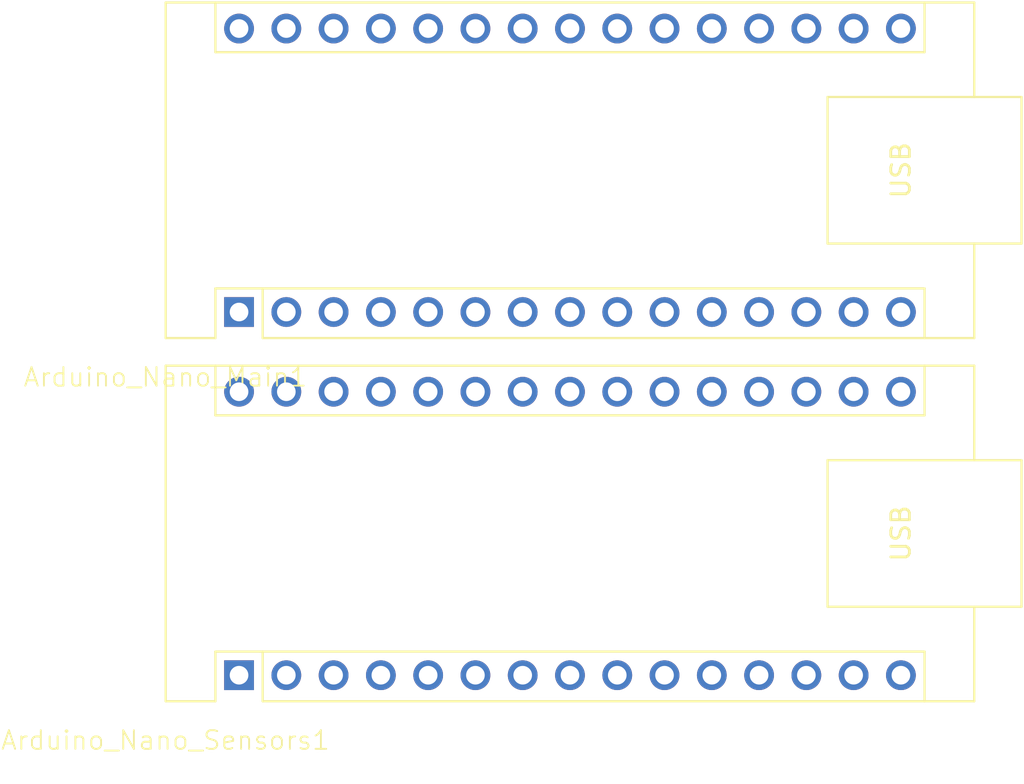
<source format=kicad_pcb>
(kicad_pcb (version 20240108) (generator "pcbnew") (generator_version "8.0")
  (layers (0 "F.Cu" signal) (31 "B.Cu" signal) (34 "B.Paste" user) (35 "F.Paste" user) (36 "B.SilkS" user "B.Silkscreen") (37 "F.SilkS" user "F.Silkscreen") (38 "B.Mask" user) (39 "F.Mask" user) (44 "Edge.Cuts" user))
  (net 0 "")
  (net 1 "Net-(D1-K)")
  (net 9 "Net-(Arduino_Nano_Main1-D6)")
  (net 12 "Net-(Arduino_Nano_Main1-D9)")
  (net 14 "Net-(Arduino_Nano_Main1-D10)")
  (net 16 "Net-(Arduino_Nano_Main1-5V)")
  (net 19 "Net-(Arduino_Nano_Main1-D3)")
  (net 23 "Net-(Arduino_Nano_Main1-D4)")
  (net 24 "Net-(Arduino_Nano_Main1-D2)")
  (net 28 "Net-(Arduino_Nano_Main1-D7)")
  (net 29 "Net-(Arduino_Nano_Sensors1-Vin)")
  (net 30 "Net-(Arduino_Nano_Main1-Vin)")
  (net 34 "Net-(Arduino_Nano_Sensors1-5V)")
  (net 35 "Net-(Arduino_Nano_Sensors1-D6)")
  (net 36 "Net-(Arduino_Nano_Sensors1-A5)")
  (net 39 "Net-(Arduino_Nano_Sensors1-A4)")
  (net 40 "Net-(Arduino_Nano_Sensors1-3V3)")
  (net 46 "Net-(Arduino_Nano_Sensors1-D11)")
  (net 48 "Net-(Arduino_Nano_Sensors1-D13)")
  (net 49 "Net-(Arduino_Nano_Sensors1-D5)")
  (net 55 "Net-(Arduino_Nano_Sensors1-D12)")
  (footprint "INSARIANNE_Lib:Arduino_Nano" (layer "F.Cu") (at -104 45.5)
    (property "Reference" "Arduino_Nano_Sensors1" (at 0 2 0) (layer "F.SilkS") (effects (font (thickness 0.1))))
    (property "Value" "~")
    (fp_line (start 0.02 -18.14) (end 0.02 -0.1) (stroke (width 0.12)) (layer "F.SilkS"))
    (fp_line (start 0.02 -0.1) (end 2.69 -0.1) (stroke (width 0.12)) (layer "F.SilkS"))
    (fp_line (start 2.69 -15.47) (end 2.69 -18.14) (stroke (width 0.12)) (layer "F.SilkS"))
    (fp_line (start 2.69 -15.47) (end 40.79 -15.47) (stroke (width 0.12)) (layer "F.SilkS"))
    (fp_line (start 2.69 -2.77) (end 2.69 -0.1) (stroke (width 0.12)) (layer "F.SilkS"))
    (fp_line (start 5.23 -2.77) (end 2.69 -2.77) (stroke (width 0.12)) (layer "F.SilkS"))
    (fp_line (start 5.23 -2.77) (end 5.23 -0.1) (stroke (width 0.12)) (layer "F.SilkS"))
    (fp_line (start 5.23 -2.77) (end 40.79 -2.77) (stroke (width 0.12)) (layer "F.SilkS"))
    (fp_line (start 5.23 -0.1) (end 43.46 -0.1) (stroke (width 0.12)) (layer "F.SilkS"))
    (fp_line (start 35.58 -13.06) (end 46 -13.06) (stroke (width 0.12)) (layer "F.SilkS"))
    (fp_line (start 35.58 -5.18) (end 35.58 -13.06) (stroke (width 0.12)) (layer "F.SilkS"))
    (fp_line (start 40.79 -15.47) (end 40.79 -18.14) (stroke (width 0.12)) (layer "F.SilkS"))
    (fp_line (start 40.79 -2.77) (end 40.79 -0.1) (stroke (width 0.12)) (layer "F.SilkS"))
    (fp_line (start 43.46 -18.14) (end 0.02 -18.14) (stroke (width 0.12)) (layer "F.SilkS"))
    (fp_line (start 43.46 -18.14) (end 43.46 -13.06) (stroke (width 0.12)) (layer "F.SilkS"))
    (fp_line (start 43.46 -0.1) (end 43.46 -5.18) (stroke (width 0.12)) (layer "F.SilkS"))
    (fp_line (start 46 -13.06) (end 46 -5.18) (stroke (width 0.12)) (layer "F.SilkS"))
    (fp_line (start 46 -5.18) (end 35.58 -5.18) (stroke (width 0.12)) (layer "F.SilkS"))
    (fp_text user "USB" (at 39.52 -9.12 90) (layer "F.SilkS"))
    (pad "1" thru_hole rect (at 3.96 -1.5 90) (size 1.6 1.6) (drill 1) (layers "*.Cu" "*.Mask"))
    (pad "2" thru_hole oval (at 6.5 -1.5 90) (size 1.6 1.6) (drill 1) (layers "*.Cu" "*.Mask"))
    (pad "3" thru_hole oval (at 9.04 -1.5 90) (size 1.6 1.6) (drill 1) (layers "*.Cu" "*.Mask"))
    (pad "4" thru_hole oval (at 11.58 -1.5 90) (size 1.6 1.6) (drill 1) (layers "*.Cu" "*.Mask"))
    (pad "5" thru_hole oval (at 14.12 -1.5 90) (size 1.6 1.6) (drill 1) (layers "*.Cu" "*.Mask") (net 24 "Net-(Arduino_Nano_Main1-D2)"))
    (pad "6" thru_hole oval (at 16.66 -1.5 90) (size 1.6 1.6) (drill 1) (layers "*.Cu" "*.Mask") (net 19 "Net-(Arduino_Nano_Main1-D3)"))
    (pad "7" thru_hole oval (at 19.2 -1.5 90) (size 1.6 1.6) (drill 1) (layers "*.Cu" "*.Mask") (net 23 "Net-(Arduino_Nano_Main1-D4)"))
    (pad "8" thru_hole oval (at 21.74 -1.5 90) (size 1.6 1.6) (drill 1) (layers "*.Cu" "*.Mask") (net 49 "Net-(Arduino_Nano_Sensors1-D5)"))
    (pad "9" thru_hole oval (at 24.28 -1.5 90) (size 1.6 1.6) (drill 1) (layers "*.Cu" "*.Mask") (net 35 "Net-(Arduino_Nano_Sensors1-D6)"))
    (pad "10" thru_hole oval (at 26.82 -1.5 90) (size 1.6 1.6) (drill 1) (layers "*.Cu" "*.Mask"))
    (pad "11" thru_hole oval (at 29.36 -1.5 90) (size 1.6 1.6) (drill 1) (layers "*.Cu" "*.Mask"))
    (pad "12" thru_hole oval (at 31.9 -1.5 90) (size 1.6 1.6) (drill 1) (layers "*.Cu" "*.Mask"))
    (pad "13" thru_hole oval (at 34.44 -1.5 90) (size 1.6 1.6) (drill 1) (layers "*.Cu" "*.Mask"))
    (pad "14" thru_hole oval (at 36.98 -1.5 90) (size 1.6 1.6) (drill 1) (layers "*.Cu" "*.Mask") (net 46 "Net-(Arduino_Nano_Sensors1-D11)"))
    (pad "15" thru_hole oval (at 39.52 -1.5 90) (size 1.6 1.6) (drill 1) (layers "*.Cu" "*.Mask") (net 55 "Net-(Arduino_Nano_Sensors1-D12)"))
    (pad "16" thru_hole oval (at 39.52 -16.74 90) (size 1.6 1.6) (drill 1) (layers "*.Cu" "*.Mask") (net 48 "Net-(Arduino_Nano_Sensors1-D13)"))
    (pad "17" thru_hole oval (at 36.98 -16.74 90) (size 1.6 1.6) (drill 1) (layers "*.Cu" "*.Mask") (net 40 "Net-(Arduino_Nano_Sensors1-3V3)"))
    (pad "18" thru_hole oval (at 34.44 -16.74 90) (size 1.6 1.6) (drill 1) (layers "*.Cu" "*.Mask"))
    (pad "19" thru_hole oval (at 31.9 -16.74 90) (size 1.6 1.6) (drill 1) (layers "*.Cu" "*.Mask"))
    (pad "20" thru_hole oval (at 29.36 -16.74 90) (size 1.6 1.6) (drill 1) (layers "*.Cu" "*.Mask"))
    (pad "21" thru_hole oval (at 26.82 -16.74 90) (size 1.6 1.6) (drill 1) (layers "*.Cu" "*.Mask"))
    (pad "22" thru_hole oval (at 24.28 -16.74 90) (size 1.6 1.6) (drill 1) (layers "*.Cu" "*.Mask"))
    (pad "23" thru_hole oval (at 21.74 -16.74 90) (size 1.6 1.6) (drill 1) (layers "*.Cu" "*.Mask") (net 39 "Net-(Arduino_Nano_Sensors1-A4)"))
    (pad "24" thru_hole oval (at 19.2 -16.74 90) (size 1.6 1.6) (drill 1) (layers "*.Cu" "*.Mask") (net 36 "Net-(Arduino_Nano_Sensors1-A5)"))
    (pad "25" thru_hole oval (at 16.66 -16.74 90) (size 1.6 1.6) (drill 1) (layers "*.Cu" "*.Mask"))
    (pad "26" thru_hole oval (at 14.12 -16.74 90) (size 1.6 1.6) (drill 1) (layers "*.Cu" "*.Mask"))
    (pad "27" thru_hole oval (at 11.58 -16.74 90) (size 1.6 1.6) (drill 1) (layers "*.Cu" "*.Mask") (net 34 "Net-(Arduino_Nano_Sensors1-5V)"))
    (pad "28" thru_hole oval (at 9.04 -16.74 90) (size 1.6 1.6) (drill 1) (layers "*.Cu" "*.Mask"))
    (pad "29" thru_hole oval (at 6.5 -16.74 90) (size 1.6 1.6) (drill 1) (layers "*.Cu" "*.Mask") (net 30 "Net-(Arduino_Nano_Main1-Vin)"))
    (pad "30" thru_hole oval (at 3.96 -16.74 90) (size 1.6 1.6) (drill 1) (layers "*.Cu" "*.Mask") (net 29 "Net-(Arduino_Nano_Sensors1-Vin)"))
  )
  (footprint "INSARIANNE_Lib:Arduino_Nano" (layer "F.Cu") (at -104 25.975)
    (property "Reference" "Arduino_Nano_Main1" (at 0 2 0) (layer "F.SilkS") (effects (font (thickness 0.1))))
    (property "Value" "~")
    (fp_line (start 0.02 -18.14) (end 0.02 -0.1) (stroke (width 0.12)) (layer "F.SilkS"))
    (fp_line (start 0.02 -0.1) (end 2.69 -0.1) (stroke (width 0.12)) (layer "F.SilkS"))
    (fp_line (start 2.69 -15.47) (end 2.69 -18.14) (stroke (width 0.12)) (layer "F.SilkS"))
    (fp_line (start 2.69 -15.47) (end 40.79 -15.47) (stroke (width 0.12)) (layer "F.SilkS"))
    (fp_line (start 2.69 -2.77) (end 2.69 -0.1) (stroke (width 0.12)) (layer "F.SilkS"))
    (fp_line (start 5.23 -2.77) (end 2.69 -2.77) (stroke (width 0.12)) (layer "F.SilkS"))
    (fp_line (start 5.23 -2.77) (end 5.23 -0.1) (stroke (width 0.12)) (layer "F.SilkS"))
    (fp_line (start 5.23 -2.77) (end 40.79 -2.77) (stroke (width 0.12)) (layer "F.SilkS"))
    (fp_line (start 5.23 -0.1) (end 43.46 -0.1) (stroke (width 0.12)) (layer "F.SilkS"))
    (fp_line (start 35.58 -13.06) (end 46 -13.06) (stroke (width 0.12)) (layer "F.SilkS"))
    (fp_line (start 35.58 -5.18) (end 35.58 -13.06) (stroke (width 0.12)) (layer "F.SilkS"))
    (fp_line (start 40.79 -15.47) (end 40.79 -18.14) (stroke (width 0.12)) (layer "F.SilkS"))
    (fp_line (start 40.79 -2.77) (end 40.79 -0.1) (stroke (width 0.12)) (layer "F.SilkS"))
    (fp_line (start 43.46 -18.14) (end 0.02 -18.14) (stroke (width 0.12)) (layer "F.SilkS"))
    (fp_line (start 43.46 -18.14) (end 43.46 -13.06) (stroke (width 0.12)) (layer "F.SilkS"))
    (fp_line (start 43.46 -0.1) (end 43.46 -5.18) (stroke (width 0.12)) (layer "F.SilkS"))
    (fp_line (start 46 -13.06) (end 46 -5.18) (stroke (width 0.12)) (layer "F.SilkS"))
    (fp_line (start 46 -5.18) (end 35.58 -5.18) (stroke (width 0.12)) (layer "F.SilkS"))
    (fp_text user "USB" (at 39.52 -9.12 90) (layer "F.SilkS"))
    (pad "1" thru_hole rect (at 3.96 -1.5 90) (size 1.6 1.6) (drill 1) (layers "*.Cu" "*.Mask"))
    (pad "2" thru_hole oval (at 6.5 -1.5 90) (size 1.6 1.6) (drill 1) (layers "*.Cu" "*.Mask"))
    (pad "3" thru_hole oval (at 9.04 -1.5 90) (size 1.6 1.6) (drill 1) (layers "*.Cu" "*.Mask"))
    (pad "4" thru_hole oval (at 11.58 -1.5 90) (size 1.6 1.6) (drill 1) (layers "*.Cu" "*.Mask") (net 1 "Net-(D1-K)"))
    (pad "5" thru_hole oval (at 14.12 -1.5 90) (size 1.6 1.6) (drill 1) (layers "*.Cu" "*.Mask") (net 24 "Net-(Arduino_Nano_Main1-D2)"))
    (pad "6" thru_hole oval (at 16.66 -1.5 90) (size 1.6 1.6) (drill 1) (layers "*.Cu" "*.Mask") (net 19 "Net-(Arduino_Nano_Main1-D3)"))
    (pad "7" thru_hole oval (at 19.2 -1.5 90) (size 1.6 1.6) (drill 1) (layers "*.Cu" "*.Mask") (net 23 "Net-(Arduino_Nano_Main1-D4)"))
    (pad "8" thru_hole oval (at 21.74 -1.5 90) (size 1.6 1.6) (drill 1) (layers "*.Cu" "*.Mask"))
    (pad "9" thru_hole oval (at 24.28 -1.5 90) (size 1.6 1.6) (drill 1) (layers "*.Cu" "*.Mask") (net 9 "Net-(Arduino_Nano_Main1-D6)"))
    (pad "10" thru_hole oval (at 26.82 -1.5 90) (size 1.6 1.6) (drill 1) (layers "*.Cu" "*.Mask") (net 28 "Net-(Arduino_Nano_Main1-D7)"))
    (pad "11" thru_hole oval (at 29.36 -1.5 90) (size 1.6 1.6) (drill 1) (layers "*.Cu" "*.Mask"))
    (pad "12" thru_hole oval (at 31.9 -1.5 90) (size 1.6 1.6) (drill 1) (layers "*.Cu" "*.Mask") (net 12 "Net-(Arduino_Nano_Main1-D9)"))
    (pad "13" thru_hole oval (at 34.44 -1.5 90) (size 1.6 1.6) (drill 1) (layers "*.Cu" "*.Mask") (net 14 "Net-(Arduino_Nano_Main1-D10)"))
    (pad "14" thru_hole oval (at 36.98 -1.5 90) (size 1.6 1.6) (drill 1) (layers "*.Cu" "*.Mask"))
    (pad "15" thru_hole oval (at 39.52 -1.5 90) (size 1.6 1.6) (drill 1) (layers "*.Cu" "*.Mask"))
    (pad "16" thru_hole oval (at 39.52 -16.74 90) (size 1.6 1.6) (drill 1) (layers "*.Cu" "*.Mask"))
    (pad "17" thru_hole oval (at 36.98 -16.74 90) (size 1.6 1.6) (drill 1) (layers "*.Cu" "*.Mask"))
    (pad "18" thru_hole oval (at 34.44 -16.74 90) (size 1.6 1.6) (drill 1) (layers "*.Cu" "*.Mask"))
    (pad "19" thru_hole oval (at 31.9 -16.74 90) (size 1.6 1.6) (drill 1) (layers "*.Cu" "*.Mask"))
    (pad "20" thru_hole oval (at 29.36 -16.74 90) (size 1.6 1.6) (drill 1) (layers "*.Cu" "*.Mask"))
    (pad "21" thru_hole oval (at 26.82 -16.74 90) (size 1.6 1.6) (drill 1) (layers "*.Cu" "*.Mask"))
    (pad "22" thru_hole oval (at 24.28 -16.74 90) (size 1.6 1.6) (drill 1) (layers "*.Cu" "*.Mask"))
    (pad "23" thru_hole oval (at 21.74 -16.74 90) (size 1.6 1.6) (drill 1) (layers "*.Cu" "*.Mask"))
    (pad "24" thru_hole oval (at 19.2 -16.74 90) (size 1.6 1.6) (drill 1) (layers "*.Cu" "*.Mask"))
    (pad "25" thru_hole oval (at 16.66 -16.74 90) (size 1.6 1.6) (drill 1) (layers "*.Cu" "*.Mask"))
    (pad "26" thru_hole oval (at 14.12 -16.74 90) (size 1.6 1.6) (drill 1) (layers "*.Cu" "*.Mask"))
    (pad "27" thru_hole oval (at 11.58 -16.74 90) (size 1.6 1.6) (drill 1) (layers "*.Cu" "*.Mask") (net 16 "Net-(Arduino_Nano_Main1-5V)"))
    (pad "28" thru_hole oval (at 9.04 -16.74 90) (size 1.6 1.6) (drill 1) (layers "*.Cu" "*.Mask"))
    (pad "29" thru_hole oval (at 6.5 -16.74 90) (size 1.6 1.6) (drill 1) (layers "*.Cu" "*.Mask") (net 29 "Net-(Arduino_Nano_Sensors1-Vin)"))
    (pad "30" thru_hole oval (at 3.96 -16.74 90) (size 1.6 1.6) (drill 1) (layers "*.Cu" "*.Mask") (net 30 "Net-(Arduino_Nano_Main1-Vin)"))
  )
)
</source>
